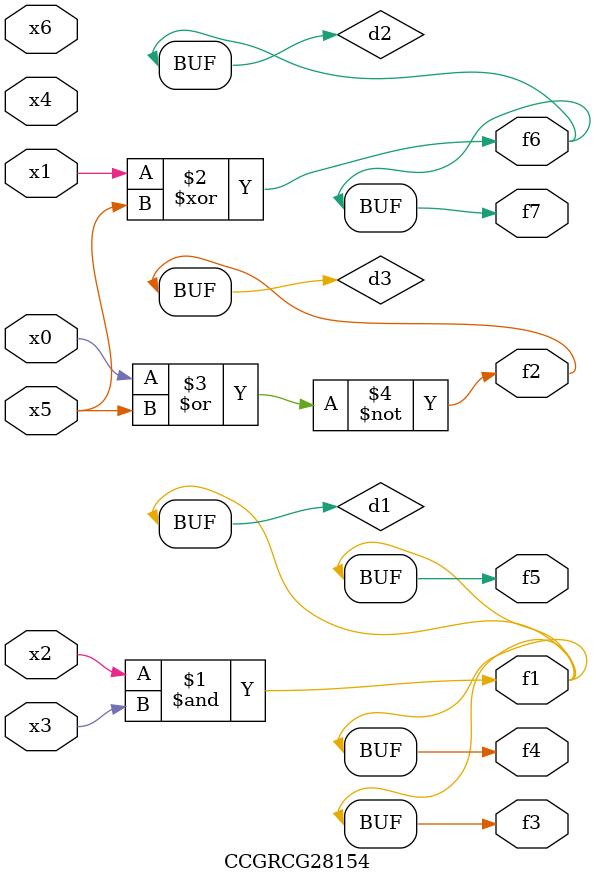
<source format=v>
module CCGRCG28154(
	input x0, x1, x2, x3, x4, x5, x6,
	output f1, f2, f3, f4, f5, f6, f7
);

	wire d1, d2, d3;

	and (d1, x2, x3);
	xor (d2, x1, x5);
	nor (d3, x0, x5);
	assign f1 = d1;
	assign f2 = d3;
	assign f3 = d1;
	assign f4 = d1;
	assign f5 = d1;
	assign f6 = d2;
	assign f7 = d2;
endmodule

</source>
